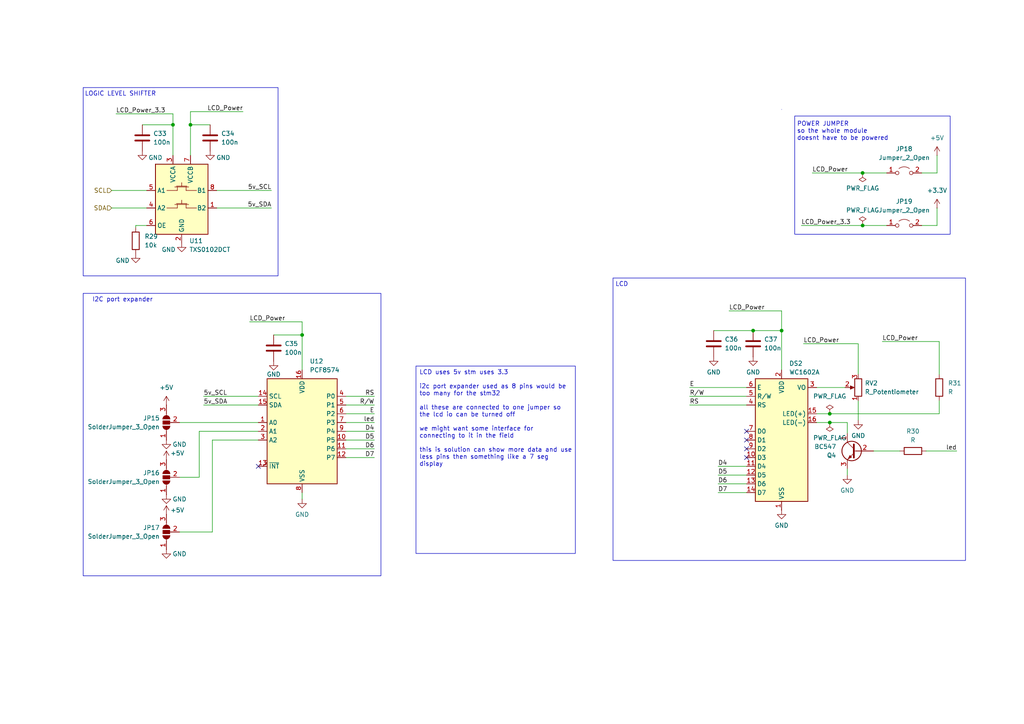
<source format=kicad_sch>
(kicad_sch (version 20231120) (generator "eeschema") (generator_version "8.0")
  (paper "A4")
  (lib_symbols
    (symbol "Device:C" (pin_numbers hide) (pin_names (offset 0.254))
      (property "Reference" "C" (at 0.635 2.54 0))
      (property "Value" "C" (at 0.635 -2.54 0))
      (symbol "C_0_1"
        (polyline (pts (xy -2.032 -0.762) (xy 2.032 -0.762)) (stroke (width 0.508)))
        (polyline (pts (xy -2.032 0.762) (xy 2.032 0.762)) (stroke (width 0.508)))
      )
      (symbol "C_1_1"
        (pin passive line (at 0 3.81 270) (length 2.794) (name "~") (number "1"))
        (pin passive line (at 0 -3.81 90) (length 2.794) (name "~") (number "2"))
      )
    )
    (symbol "Device:R" (pin_numbers hide) (pin_names (offset 0))
      (property "Reference" "R" (at 2.032 0 90))
      (property "Value" "R" (at 0 0 90))
      (symbol "R_0_1"
        (rectangle (start -1.016 -2.54) (end 1.016 2.54) (stroke (width 0.254)))
      )
      (symbol "R_1_1"
        (pin passive line (at 0 3.81 270) (length 1.27) (name "~") (number "1"))
        (pin passive line (at 0 -3.81 90) (length 1.27) (name "~") (number "2"))
      )
    )
    (symbol "Device:R_Potentiometer" (pin_names (offset 1.016) hide)
      (property "Reference" "RV" (at -4.445 0 90))
      (property "Value" "R_Potentiometer" (at -2.54 0 90))
      (symbol "R_Potentiometer_0_1"
        (polyline (pts (xy 2.54 0) (xy 1.524 0)))
        (polyline (pts (xy 1.143 0) (xy 2.286 0.508) (xy 2.286 -0.508) (xy 1.143 0)) (fill (type outline)))
        (rectangle (start 1.016 2.54) (end -1.016 -2.54) (stroke (width 0.254)))
      )
      (symbol "R_Potentiometer_1_1"
        (pin passive line (at 0 3.81 270) (length 1.27) (name "1") (number "1"))
        (pin passive line (at 3.81 0 180) (length 1.27) (name "2") (number "2"))
        (pin passive line (at 0 -3.81 90) (length 1.27) (name "3") (number "3"))
      )
    )
    (symbol "Display_Character:WC1602A"
      (property "Reference" "DS" (at -5.842 19.05 0))
      (property "Value" "WC1602A" (at 5.334 19.05 0))
      (symbol "WC1602A_1_1"
        (rectangle (start -7.62 17.78) (end 7.62 -17.78) (stroke (width 0.254)) (fill (type background)))
        (pin power_in line (at 0 -20.32 90) (length 2.54) (name "VSS") (number "1"))
        (pin input line (at -10.16 -5.08 0) (length 2.54) (name "D3") (number "10"))
        (pin input line (at -10.16 -7.62 0) (length 2.54) (name "D4") (number "11"))
        (pin input line (at -10.16 -10.16 0) (length 2.54) (name "D5") (number "12"))
        (pin input line (at -10.16 -12.7 0) (length 2.54) (name "D6") (number "13"))
        (pin input line (at -10.16 -15.24 0) (length 2.54) (name "D7") (number "14"))
        (pin power_in line (at 10.16 7.62 180) (length 2.54) (name "LED(+)") (number "15"))
        (pin power_in line (at 10.16 5.08 180) (length 2.54) (name "LED(-)") (number "16"))
        (pin power_in line (at 0 20.32 270) (length 2.54) (name "VDD") (number "2"))
        (pin input line (at 10.16 15.24 180) (length 2.54) (name "VO") (number "3"))
        (pin input line (at -10.16 10.16 0) (length 2.54) (name "RS") (number "4"))
        (pin input line (at -10.16 12.7 0) (length 2.54) (name "R/W") (number "5"))
        (pin input line (at -10.16 15.24 0) (length 2.54) (name "E") (number "6"))
        (pin input line (at -10.16 2.54 0) (length 2.54) (name "D0") (number "7"))
        (pin input line (at -10.16 0 0) (length 2.54) (name "D1") (number "8"))
        (pin input line (at -10.16 -2.54 0) (length 2.54) (name "D2") (number "9"))
      )
    )
    (symbol "GND_3" (power) (pin_numbers hide) (pin_names (offset 0) hide)
      (property "Value" "GND" (at 0 -3.81 0))
      (symbol "GND_3_0_1"
        (polyline (pts (xy 0 0) (xy 0 -1.27) (xy 1.27 -1.27) (xy 0 -2.54) (xy -1.27 -1.27) (xy 0 -1.27)))
      )
      (symbol "GND_3_1_1"
        (pin power_in line (at 0 0 270) (length 0) (name "~") (number "1"))
      )
    )
    (symbol "Interface_Expansion:PCF8574"
      (property "Reference" "U" (at -8.89 16.51 0))
      (property "Value" "PCF8574" (at 2.54 16.51 0))
      (symbol "PCF8574_0_1"
        (rectangle (start -10.16 15.24) (end 10.16 -15.24) (stroke (width 0.254)) (fill (type background)))
      )
      (symbol "PCF8574_1_1"
        (pin input line (at -12.7 2.54 0) (length 2.54) (name "A0") (number "1"))
        (pin bidirectional line (at 12.7 -2.54 180) (length 2.54) (name "P5") (number "10"))
        (pin bidirectional line (at 12.7 -5.08 180) (length 2.54) (name "P6") (number "11"))
        (pin bidirectional line (at 12.7 -7.62 180) (length 2.54) (name "P7") (number "12"))
        (pin open_collector output_low (at -12.7 -10.16 0) (length 2.54) (name "~{INT}") (number "13"))
        (pin input line (at -12.7 10.16 0) (length 2.54) (name "SCL") (number "14"))
        (pin bidirectional line (at -12.7 7.62 0) (length 2.54) (name "SDA") (number "15"))
        (pin power_in line (at 0 17.78 270) (length 2.54) (name "VDD") (number "16"))
        (pin input line (at -12.7 0 0) (length 2.54) (name "A1") (number "2"))
        (pin input line (at -12.7 -2.54 0) (length 2.54) (name "A2") (number "3"))
        (pin bidirectional line (at 12.7 10.16 180) (length 2.54) (name "P0") (number "4"))
        (pin bidirectional line (at 12.7 7.62 180) (length 2.54) (name "P1") (number "5"))
        (pin bidirectional line (at 12.7 5.08 180) (length 2.54) (name "P2") (number "6"))
        (pin bidirectional line (at 12.7 2.54 180) (length 2.54) (name "P3") (number "7"))
        (pin power_in line (at 0 -17.78 90) (length 2.54) (name "VSS") (number "8"))
        (pin bidirectional line (at 12.7 0 180) (length 2.54) (name "P4") (number "9"))
      )
    )
    (symbol "Jumper:Jumper_2_Open" (pin_names (offset 0) hide)
      (property "Reference" "JP" (at 0 2.794 0))
      (property "Value" "Jumper_2_Open" (at 0 -2.286 0))
      (symbol "Jumper_2_Open_0_0"
        (circle (center -2.032 0) (radius 0.508))
        (circle (center 2.032 0) (radius 0.508))
      )
      (symbol "Jumper_2_Open_0_1"
        (arc (start 1.524 1.27) (mid 0 1.778) (end -1.524 1.27))
      )
      (symbol "Jumper_2_Open_1_1"
        (pin passive line (at -5.08 0 0) (length 2.54) (name "A") (number "1"))
        (pin passive line (at 5.08 0 180) (length 2.54) (name "B") (number "2"))
      )
    )
    (symbol "Jumper:SolderJumper_3_Open" (pin_names (offset 0) hide)
      (property "Reference" "JP" (at -2.54 -2.54 0))
      (property "Value" "SolderJumper_3_Open" (at 0 2.794 0))
      (symbol "SolderJumper_3_Open_0_1"
        (arc (start -1.016 1.016) (mid -2.0276 0) (end -1.016 -1.016))
        (arc (start -1.016 1.016) (mid -2.0276 0) (end -1.016 -1.016) (fill (type outline)))
        (rectangle (start -0.508 1.016) (end 0.508 -1.016) (fill (type outline)))
        (polyline (pts (xy -2.54 0) (xy -2.032 0)))
        (polyline (pts (xy -1.016 1.016) (xy -1.016 -1.016)))
        (polyline (pts (xy 0 -1.27) (xy 0 -1.016)))
        (polyline (pts (xy 1.016 1.016) (xy 1.016 -1.016)))
        (polyline (pts (xy 2.54 0) (xy 2.032 0)))
        (arc (start 1.016 -1.016) (mid 2.0276 0) (end 1.016 1.016))
        (arc (start 1.016 -1.016) (mid 2.0276 0) (end 1.016 1.016) (fill (type outline)))
      )
      (symbol "SolderJumper_3_Open_1_1"
        (pin passive line (at -5.08 0 0) (length 2.54) (name "A") (number "1"))
        (pin passive line (at 0 -3.81 90) (length 2.54) (name "C") (number "2"))
        (pin passive line (at 5.08 0 180) (length 2.54) (name "B") (number "3"))
      )
    )
    (symbol "Logic_LevelTranslator:TXS0102DCT"
      (property "Reference" "U" (at -6.35 11.43 0))
      (property "Value" "TXS0102DCT" (at 3.81 11.43 0))
      (symbol "TXS0102DCT_0_1"
        (rectangle (start -7.62 10.16) (end 7.62 -10.16) (stroke (width 0.254)) (fill (type background)))
        (polyline (pts (xy -4.318 -2.54) (xy -1.27 -2.54)))
        (polyline (pts (xy -2.032 -1.524) (xy 2.032 -1.524)))
        (polyline (pts (xy -1.524 -1.27) (xy 1.524 -1.27)))
        (polyline (pts (xy -1.27 -2.54) (xy -1.27 -1.524)))
        (polyline (pts (xy 0 -1.27) (xy 0 -0.254)))
        (polyline (pts (xy 1.27 -2.54) (xy 1.27 -1.524)))
        (polyline (pts (xy 4.318 -2.54) (xy 1.27 -2.54)))
      )
      (symbol "TXS0102DCT_1_1"
        (polyline (pts (xy -4.318 2.54) (xy -1.27 2.54)))
        (polyline (pts (xy -2.032 3.556) (xy 2.032 3.556)))
        (polyline (pts (xy -1.524 3.81) (xy 1.524 3.81)))
        (polyline (pts (xy -1.27 2.54) (xy -1.27 3.556)))
        (polyline (pts (xy 0 3.81) (xy 0 4.826)))
        (polyline (pts (xy 1.27 2.54) (xy 1.27 3.556)))
        (polyline (pts (xy 4.318 2.54) (xy 1.27 2.54)))
        (pin bidirectional line (at 10.16 -2.54 180) (length 2.54) (name "B2") (number "1"))
        (pin power_in line (at 0 -12.7 90) (length 2.54) (name "GND") (number "2"))
        (pin power_in line (at -2.54 12.7 270) (length 2.54) (name "VCCA") (number "3"))
        (pin bidirectional line (at -10.16 -2.54 0) (length 2.54) (name "A2") (number "4"))
        (pin bidirectional line (at -10.16 2.54 0) (length 2.54) (name "A1") (number "5"))
        (pin input line (at -10.16 -7.62 0) (length 2.54) (name "OE") (number "6"))
        (pin power_in line (at 2.54 12.7 270) (length 2.54) (name "VCCB") (number "7"))
        (pin bidirectional line (at 10.16 2.54 180) (length 2.54) (name "B1") (number "8"))
      )
    )
    (symbol "Transistor_BJT:BC547" (pin_names (offset 0) hide)
      (property "Reference" "Q" (at 5.08 1.905 0))
      (property "Value" "BC547" (at 5.08 0 0))
      (symbol "BC547_0_1"
        (polyline (pts (xy 0 0) (xy 0.635 0)))
        (polyline (pts (xy 0.635 0.635) (xy 2.54 2.54)))
        (polyline (pts (xy 0.635 -0.635) (xy 2.54 -2.54) (xy 2.54 -2.54)))
        (polyline (pts (xy 0.635 1.905) (xy 0.635 -1.905) (xy 0.635 -1.905)) (stroke (width 0.508)))
        (polyline (pts (xy 1.27 -1.778) (xy 1.778 -1.27) (xy 2.286 -2.286) (xy 1.27 -1.778) (xy 1.27 -1.778)) (fill (type outline)))
        (circle (center 1.27 0) (radius 2.8194) (stroke (width 0.254)))
      )
      (symbol "BC547_1_1"
        (pin passive line (at 2.54 5.08 270) (length 2.54) (name "C") (number "1"))
        (pin input line (at -5.08 0 0) (length 5.08) (name "B") (number "2"))
        (pin passive line (at 2.54 -5.08 90) (length 2.54) (name "E") (number "3"))
      )
    )
    (symbol "power:+3.3V" (power) (pin_numbers hide) (pin_names (offset 0) hide)
      (property "Value" "+3.3V" (at 0 3.556 0))
      (symbol "+3.3V_0_1"
        (polyline (pts (xy -0.762 1.27) (xy 0 2.54)))
        (polyline (pts (xy 0 0) (xy 0 2.54)))
        (polyline (pts (xy 0 2.54) (xy 0.762 1.27)))
      )
      (symbol "+3.3V_1_1"
        (pin power_in line (at 0 0 90) (length 0) (name "~") (number "1"))
      )
    )
    (symbol "power:+5V" (power) (pin_numbers hide) (pin_names (offset 0) hide)
      (property "Value" "+5V" (at 0 3.556 0))
      (symbol "+5V_0_1"
        (polyline (pts (xy -0.762 1.27) (xy 0 2.54)))
        (polyline (pts (xy 0 0) (xy 0 2.54)))
        (polyline (pts (xy 0 2.54) (xy 0.762 1.27)))
      )
      (symbol "+5V_1_1"
        (pin power_in line (at 0 0 90) (length 0) (name "~") (number "1"))
      )
    )
    (symbol "power:PWR_FLAG" (power) (pin_numbers hide) (pin_names (offset 0) hide)
      (property "Value" "PWR_FLAG" (at 0 3.81 0))
      (symbol "PWR_FLAG_0_0"
        (pin power_out line (at 0 0 90) (length 0) (name "~") (number "1"))
      )
      (symbol "PWR_FLAG_0_1"
        (polyline (pts (xy 0 0) (xy 0 1.27) (xy -1.016 1.905) (xy 0 2.54) (xy 1.016 1.905) (xy 0 1.27)))
      )
    )
  )
  (junction (at 240.665 122.555))
  (junction (at 87.63 97.155))
  (junction (at 226.695 95.885))
  (junction (at 55.245 36.195))
  (junction (at 250.19 50.165))
  (junction (at 240.665 120.015))
  (junction (at 250.19 65.405))
  (junction (at 218.44 95.885))
  (junction (at 50.165 36.195))
  (no_connect (at 74.93 135.255))
  (no_connect (at 216.535 130.175))
  (no_connect (at 216.535 132.715))
  (no_connect (at 216.535 127.635))
  (no_connect (at 216.535 125.095))
  (wire (pts (xy 55.245 32.385) (xy 70.485 32.385)))
  (wire (pts (xy 216.535 140.335) (xy 208.28 140.335)))
  (wire (pts (xy 78.74 55.245) (xy 62.865 55.245)))
  (wire (pts (xy 100.33 127.635) (xy 108.585 127.635)))
  (wire (pts (xy 271.78 50.165) (xy 271.78 45.085)))
  (wire (pts (xy 216.535 112.395) (xy 200.025 112.395)))
  (wire (pts (xy 218.44 95.885) (xy 226.695 95.885)))
  (wire (pts (xy 87.63 93.345) (xy 87.63 97.155)))
  (wire (pts (xy 216.535 135.255) (xy 208.28 135.255)))
  (wire (pts (xy 250.19 65.405) (xy 257.175 65.405)))
  (wire (pts (xy 39.37 66.04) (xy 39.37 65.405)))
  (wire (pts (xy 39.37 65.405) (xy 42.545 65.405)))
  (wire (pts (xy 216.535 114.935) (xy 200.025 114.935)))
  (wire (pts (xy 253.365 130.81) (xy 260.985 130.81)))
  (wire (pts (xy 57.785 125.095) (xy 57.785 138.43)))
  (wire (pts (xy 272.415 99.06) (xy 272.415 108.585)))
  (wire (pts (xy 78.74 60.325) (xy 62.865 60.325)))
  (wire (pts (xy 61.595 154.305) (xy 61.595 127.635)))
  (wire (pts (xy 236.855 120.015) (xy 240.665 120.015)))
  (wire (pts (xy 55.245 36.195) (xy 60.96 36.195)))
  (wire (pts (xy 87.63 97.155) (xy 87.63 107.315)))
  (wire (pts (xy 87.63 144.78) (xy 87.63 142.875)))
  (wire (pts (xy 41.275 36.195) (xy 50.165 36.195)))
  (wire (pts (xy 100.33 130.175) (xy 108.585 130.175)))
  (wire (pts (xy 100.33 122.555) (xy 108.585 122.555)))
  (wire (pts (xy 50.165 36.195) (xy 50.165 45.085)))
  (wire (pts (xy 52.07 154.305) (xy 61.595 154.305)))
  (wire (pts (xy 211.455 90.17) (xy 226.695 90.17)))
  (wire (pts (xy 100.33 125.095) (xy 108.585 125.095)))
  (wire (pts (xy 240.665 122.555) (xy 236.855 122.555)))
  (wire (pts (xy 216.535 117.475) (xy 200.025 117.475)))
  (wire (pts (xy 236.855 112.395) (xy 245.11 112.395)))
  (wire (pts (xy 55.245 32.385) (xy 55.245 36.195)))
  (wire (pts (xy 240.665 120.015) (xy 272.415 120.015)))
  (wire (pts (xy 272.415 116.205) (xy 272.415 120.015)))
  (wire (pts (xy 226.695 90.17) (xy 226.695 95.885)))
  (wire (pts (xy 267.335 65.405) (xy 271.78 65.405)))
  (wire (pts (xy 245.745 125.73) (xy 245.745 122.555)))
  (wire (pts (xy 100.33 120.015) (xy 108.585 120.015)))
  (wire (pts (xy 271.78 65.405) (xy 271.78 60.325)))
  (wire (pts (xy 50.165 33.02) (xy 50.165 36.195)))
  (wire (pts (xy 255.905 99.06) (xy 272.415 99.06)))
  (wire (pts (xy 52.07 122.555) (xy 74.93 122.555)))
  (wire (pts (xy 267.335 50.165) (xy 271.78 50.165)))
  (wire (pts (xy 232.41 65.405) (xy 250.19 65.405)))
  (wire (pts (xy 33.655 33.02) (xy 50.165 33.02)))
  (wire (pts (xy 100.33 117.475) (xy 108.585 117.475)))
  (wire (pts (xy 250.19 50.165) (xy 257.175 50.165)))
  (wire (pts (xy 100.33 114.935) (xy 108.585 114.935)))
  (wire (pts (xy 59.055 117.475) (xy 74.93 117.475)))
  (wire (pts (xy 72.39 93.345) (xy 87.63 93.345)))
  (wire (pts (xy 32.385 60.325) (xy 42.545 60.325)))
  (wire (pts (xy 57.785 138.43) (xy 52.07 138.43)))
  (wire (pts (xy 32.385 55.245) (xy 42.545 55.245)))
  (wire (pts (xy 61.595 127.635) (xy 74.93 127.635)))
  (wire (pts (xy 55.245 36.195) (xy 55.245 45.085)))
  (wire (pts (xy 248.92 99.695) (xy 248.92 108.585)))
  (wire (pts (xy 207.01 95.885) (xy 218.44 95.885)))
  (wire (pts (xy 245.745 122.555) (xy 240.665 122.555)))
  (wire (pts (xy 216.535 137.795) (xy 208.28 137.795)))
  (wire (pts (xy 245.745 135.89) (xy 245.745 137.795)))
  (wire (pts (xy 59.055 114.935) (xy 74.93 114.935)))
  (wire (pts (xy 216.535 142.875) (xy 208.28 142.875)))
  (wire (pts (xy 248.92 116.205) (xy 248.92 121.92)))
  (wire (pts (xy 226.695 95.885) (xy 226.695 107.315)))
  (wire (pts (xy 233.045 99.695) (xy 248.92 99.695)))
  (wire (pts (xy 100.33 132.715) (xy 108.585 132.715)))
  (wire (pts (xy 235.585 50.165) (xy 250.19 50.165)))
  (wire (pts (xy 74.93 125.095) (xy 57.785 125.095)))
  (wire (pts (xy 79.375 97.155) (xy 87.63 97.155)))
  (wire (pts (xy 268.605 130.81) (xy 277.495 130.81)))
  (rectangle (start 24.13 25.4) (end 80.645 80.01))
  (rectangle (start 24.13 85.09) (end 110.49 167.005))
  (rectangle (start 230.505 33.655) (end 275.59 67.945))
  (rectangle (start 226.695 31.75) (end 226.695 31.75))
  (rectangle (start 177.8 80.645) (end 280.035 162.56))
  (text_box "LCD uses 5v stm uses 3.3\n\ni2c port expander used as 8 pins would be too many for the stm32\n\nall these are connected to one jumper so the lcd io can be turned off\n\nwe might want some interface for connecting to it in the field\n\nthis is solution can show more data and use less pins then something like a 7 seg display" (at 120.65 106.172 0) (size 46.228 54.356) (effects (font (size 1.27 1.27)) (justify left top)))
  (text "I2C port expander\n" (at 35.56 86.995 0) (effects (font (size 1.27 1.27))))
  (text "POWER JUMPER\nso the whole module \ndoesnt have to be powered\n" (at 231.14 38.1 0) (effects (font (size 1.27 1.27)) (justify left)))
  (text "LCD\n" (at 180.34 82.55 0) (effects (font (size 1.27 1.27))))
  (text "LOGIC LEVEL SHIFTER\n" (at 34.925 27.305 0) (effects (font (size 1.27 1.27))))
  (label "LCD_Power" (at 255.905 99.06 0))
  (label "D7" (at 208.28 142.875 0))
  (label "R{slash}W" (at 108.585 117.475 180))
  (label "led" (at 277.495 130.81 180))
  (label "LCD_Power" (at 72.39 93.345 0))
  (label "5v_SDA" (at 59.055 117.475 0))
  (label "R{slash}W" (at 200.025 114.935 0))
  (label "LCD_Power" (at 211.455 90.17 0))
  (label "D4" (at 208.28 135.255 0))
  (label "D7" (at 108.585 132.715 180))
  (label "LCD_Power" (at 233.045 99.695 0))
  (label "D6" (at 208.28 140.335 0))
  (label "D4" (at 108.585 125.095 180))
  (label "RS" (at 200.025 117.475 0))
  (label "D6" (at 108.585 130.175 180))
  (label "5v_SCL" (at 59.055 114.935 0))
  (label "LCD_Power" (at 70.485 32.385 180))
  (label "LCD_Power_3.3" (at 232.41 65.405 0))
  (label "led" (at 108.585 122.555 180))
  (label "E" (at 108.585 120.015 180))
  (label "LCD_Power" (at 235.585 50.165 0))
  (label "LCD_Power_3.3" (at 33.655 33.02 0))
  (label "E" (at 200.025 112.395 0))
  (label "5v_SCL" (at 78.74 55.245 180))
  (label "5v_SDA" (at 78.74 60.325 180))
  (label "D5" (at 108.585 127.635 180))
  (label "D5" (at 208.28 137.795 0))
  (label "RS" (at 108.585 114.935 180))
  (hierarchical_label "SDA" (shape input) (at 32.385 60.325 180))
  (hierarchical_label "SCL" (shape input) (at 32.385 55.245 180))
  (symbol (lib_name "GND_3") (lib_id "power:GND") (at 52.705 70.485 0) (unit 1)
    (property "Reference" "#PWR0153" (effects (hide yes)))
    (property "Value" "GND" (at 48.895 72.39 0))
    (property "Description" "Power symbol creates a global label with name \"GND\" , ground" (effects (hide yes)))
  )
  (symbol (lib_name "GND_3") (lib_id "power:GND") (at 79.375 104.775 0) (unit 1)
    (property "Reference" "#PWR0155" (effects (hide yes)))
    (property "Value" "GND" (at 79.375 108.585 0))
    (property "Description" "Power symbol creates a global label with name \"GND\" , ground" (effects (hide yes)))
  )
  (symbol (lib_name "GND_3") (lib_id "power:GND") (at 60.96 43.815 0) (unit 1)
    (property "Reference" "#PWR0154" (effects (hide yes)))
    (property "Value" "GND" (at 64.77 45.72 0))
    (property "Description" "Power symbol creates a global label with name \"GND\" , ground" (effects (hide yes)))
  )
  (symbol (lib_name "GND_3") (lib_id "power:GND") (at 48.26 159.385 0) (unit 1)
    (property "Reference" "#PWR0152" (effects (hide yes)))
    (property "Value" "GND" (at 52.07 160.655 0))
    (property "Description" "Power symbol creates a global label with name \"GND\" , ground" (effects (hide yes)))
  )
  (symbol (lib_name "GND_3") (lib_id "power:GND") (at 226.695 147.955 0) (unit 1)
    (property "Reference" "#PWR0159" (effects (hide yes)))
    (property "Value" "GND" (at 226.695 152.4 0))
    (property "Description" "Power symbol creates a global label with name \"GND\" , ground" (effects (hide yes)))
  )
  (symbol (lib_id "power:PWR_FLAG") (at 250.19 65.405 0) (unit 1)
    (property "Reference" "#FLG011" (effects (hide yes)))
    (property "Value" "PWR_FLAG" (at 250.19 60.96 0))
    (property "Description" "Special symbol for telling ERC where power comes from" (effects (hide yes)))
  )
  (symbol (lib_id "Jumper:Jumper_2_Open") (at 262.255 65.405 0) (unit 1)
    (property "Reference" "JP19" (at 262.255 58.42 0))
    (property "Value" "Jumper_2_Open" (at 262.255 60.96 0))
    (property "Footprint" "Jumper:SolderJumper-2_P1.3mm_Open_TrianglePad1.0x1.5mm" (effects (hide yes)))
    (property "Description" "Jumper, 2-pole, open" (effects (hide yes)))
  )
  (symbol (lib_id "power:+5V") (at 48.26 117.475 0) (unit 1)
    (property "Reference" "#PWR0147" (effects (hide yes)))
    (property "Value" "+5V" (at 48.26 112.395 0))
    (property "Description" "Power symbol creates a global label with name \"+5V\"" (effects (hide yes)))
  )
  (symbol (lib_id "Interface_Expansion:PCF8574") (at 87.63 125.095 0) (unit 1)
    (property "Reference" "U12" (at 89.8241 104.775 0) (effects (justify left)))
    (property "Value" "PCF8574" (at 89.8241 107.315 0) (effects (justify left)))
    (property "Footprint" "Package_SO:SOIC-16W-12_7.5x10.3mm_P1.27mm" (effects (hide yes)))
    (property "Datasheet" "http://www.nxp.com/docs/en/data-sheet/PCF8574_PCF8574A.pdf" (effects (hide yes)))
    (property "Description" "8 Bit Port/Expander to I2C Bus, DIP/SOIC-16" (effects (hide yes)))
  )
  (symbol (lib_id "Jumper:SolderJumper_3_Open") (at 48.26 154.305 90) (unit 1)
    (property "Reference" "JP17" (at 46.355 153.0349 90) (effects (justify left)))
    (property "Value" "SolderJumper_3_Open" (at 46.355 155.5749 90) (effects (justify left)))
    (property "Footprint" "Jumper:SolderJumper-3_P1.3mm_Open_RoundedPad1.0x1.5mm" (effects (hide yes)))
    (property "Description" "Solder Jumper, 3-pole, open" (effects (hide yes)))
  )
  (symbol (lib_id "Device:R") (at 264.795 130.81 90) (unit 1)
    (property "Reference" "R30" (at 264.795 125.095 90))
    (property "Value" "R" (at 264.795 127.635 90))
    (property "Footprint" "Resistor_SMD:R_0603_1608Metric_Pad0.98x0.95mm_HandSolder" (effects (hide yes)))
    (property "Description" "Resistor" (effects (hide yes)))
  )
  (symbol (lib_name "GND_3") (lib_id "power:GND") (at 207.01 103.505 0) (unit 1)
    (property "Reference" "#PWR0157" (effects (hide yes)))
    (property "Value" "GND" (at 207.01 107.95 0))
    (property "Description" "Power symbol creates a global label with name \"GND\" , ground" (effects (hide yes)))
  )
  (symbol (lib_id "Display_Character:WC1602A") (at 226.695 127.635 0) (unit 1)
    (property "Reference" "DS2" (at 228.8891 105.41 0) (effects (justify left)))
    (property "Value" "WC1602A" (at 228.8891 107.95 0) (effects (justify left)))
    (property "Footprint" "Display:WC1602A" (effects (hide yes)))
    (property "Datasheet" "http://www.wincomlcd.com/pdf/WC1602A-SFYLYHTC06.pdf" (effects (hide yes)))
    (property "Description" "LCD 16x2 Alphanumeric , 8 bit parallel bus, 5V VDD" (effects (hide yes)))
  )
  (symbol (lib_id "Device:C") (at 60.96 40.005 0) (unit 1)
    (property "Reference" "C34" (at 64.135 38.7349 0) (effects (justify left)))
    (property "Value" "100n" (at 64.135 41.2749 0) (effects (justify left)))
    (property "Footprint" "Capacitor_SMD:C_0603_1608Metric_Pad1.08x0.95mm_HandSolder" (effects (hide yes)))
    (property "Description" "Unpolarized capacitor" (effects (hide yes)))
  )
  (symbol (lib_id "Device:C") (at 41.275 40.005 0) (unit 1)
    (property "Reference" "C33" (at 44.45 38.7349 0) (effects (justify left)))
    (property "Value" "100n" (at 44.45 41.2749 0) (effects (justify left)))
    (property "Footprint" "Capacitor_SMD:C_0603_1608Metric_Pad1.08x0.95mm_HandSolder" (effects (hide yes)))
    (property "Description" "Unpolarized capacitor" (effects (hide yes)))
  )
  (symbol (lib_id "power:+5V") (at 271.78 45.085 0) (unit 1)
    (property "Reference" "#PWR0162" (effects (hide yes)))
    (property "Value" "+5V" (at 271.78 40.005 0))
    (property "Description" "Power symbol creates a global label with name \"+5V\"" (effects (hide yes)))
  )
  (symbol (lib_name "GND_3") (lib_id "power:GND") (at 39.37 73.66 0) (unit 1)
    (property "Reference" "#PWR0145" (effects (hide yes)))
    (property "Value" "GND" (at 35.56 75.565 0))
    (property "Description" "Power symbol creates a global label with name \"GND\" , ground" (effects (hide yes)))
  )
  (symbol (lib_name "GND_3") (lib_id "power:GND") (at 41.275 43.815 0) (unit 1)
    (property "Reference" "#PWR0146" (effects (hide yes)))
    (property "Value" "GND" (at 45.085 45.72 0))
    (property "Description" "Power symbol creates a global label with name \"GND\" , ground" (effects (hide yes)))
  )
  (symbol (lib_id "power:PWR_FLAG") (at 240.665 120.015 0) (unit 1)
    (property "Reference" "#FLG025" (effects (hide yes)))
    (property "Value" "PWR_FLAG" (at 240.665 114.935 0))
    (property "Description" "Special symbol for telling ERC where power comes from" (effects (hide yes)))
  )
  (symbol (lib_id "Jumper:SolderJumper_3_Open") (at 48.26 122.555 90) (unit 1)
    (property "Reference" "JP15" (at 46.355 121.2849 90) (effects (justify left)))
    (property "Value" "SolderJumper_3_Open" (at 46.355 123.8249 90) (effects (justify left)))
    (property "Footprint" "Jumper:SolderJumper-3_P1.3mm_Open_RoundedPad1.0x1.5mm" (effects (hide yes)))
    (property "Description" "Solder Jumper, 3-pole, open" (effects (hide yes)))
  )
  (symbol (lib_name "GND_3") (lib_id "power:GND") (at 248.92 121.92 0) (unit 1)
    (property "Reference" "#PWR0161" (effects (hide yes)))
    (property "Value" "GND" (at 248.92 126.365 0))
    (property "Description" "Power symbol creates a global label with name \"GND\" , ground" (effects (hide yes)))
  )
  (symbol (lib_id "Logic_LevelTranslator:TXS0102DCT") (at 52.705 57.785 0) (unit 1)
    (property "Reference" "U11" (at 54.8991 69.85 0) (effects (justify left)))
    (property "Value" "TXS0102DCT" (at 54.8991 72.39 0) (effects (justify left)))
    (property "Footprint" "Package_SO:SSOP-8_2.95x2.8mm_P0.65mm" (effects (hide yes)))
    (property "Datasheet" "http://www.ti.com/lit/gpn/txs0102" (effects (hide yes)))
    (property "Description" "2-Bit Bidirectional Voltage-Level Shifter for Open-Drain and Push-Pull Application, SSOP-8" (effects (hide yes)))
  )
  (symbol (lib_id "Device:C") (at 207.01 99.695 0) (unit 1)
    (property "Reference" "C36" (at 210.185 98.4249 0) (effects (justify left)))
    (property "Value" "100n" (at 210.185 100.9649 0) (effects (justify left)))
    (property "Footprint" "Capacitor_SMD:C_0603_1608Metric_Pad1.08x0.95mm_HandSolder" (effects (hide yes)))
    (property "Description" "Unpolarized capacitor" (effects (hide yes)))
  )
  (symbol (lib_id "Device:R") (at 272.415 112.395 0) (unit 1)
    (property "Reference" "R31" (at 274.955 111.1249 0) (effects (justify left)))
    (property "Value" "R" (at 274.955 113.6649 0) (effects (justify left)))
    (property "Footprint" "Resistor_SMD:R_0603_1608Metric_Pad0.98x0.95mm_HandSolder" (effects (hide yes)))
    (property "Description" "Resistor" (effects (hide yes)))
  )
  (symbol (lib_id "power:PWR_FLAG") (at 240.665 122.555 180) (unit 1)
    (property "Reference" "#FLG024" (effects (hide yes)))
    (property "Value" "PWR_FLAG" (at 240.665 127 0))
    (property "Description" "Special symbol for telling ERC where power comes from" (effects (hide yes)))
  )
  (symbol (lib_id "power:+5V") (at 48.26 149.225 0) (unit 1)
    (property "Reference" "#PWR0151" (effects (hide yes)))
    (property "Value" "+5V" (at 51.435 147.955 0))
    (property "Description" "Power symbol creates a global label with name \"+5V\"" (effects (hide yes)))
  )
  (symbol (lib_id "Device:C") (at 79.375 100.965 0) (unit 1)
    (property "Reference" "C35" (at 82.55 99.6949 0) (effects (justify left)))
    (property "Value" "100n" (at 82.55 102.2349 0) (effects (justify left)))
    (property "Footprint" "Capacitor_SMD:C_0603_1608Metric_Pad1.08x0.95mm_HandSolder" (effects (hide yes)))
    (property "Description" "Unpolarized capacitor" (effects (hide yes)))
  )
  (symbol (lib_id "power:+5V") (at 48.26 133.35 0) (unit 1)
    (property "Reference" "#PWR0149" (effects (hide yes)))
    (property "Value" "+5V" (at 51.435 131.445 0))
    (property "Description" "Power symbol creates a global label with name \"+5V\"" (effects (hide yes)))
  )
  (symbol (lib_id "Device:R") (at 39.37 69.85 0) (unit 1)
    (property "Reference" "R29" (at 41.91 68.5799 0) (effects (justify left)))
    (property "Value" "10k" (at 41.91 71.1199 0) (effects (justify left)))
    (property "Footprint" "Resistor_SMD:R_0603_1608Metric_Pad0.98x0.95mm_HandSolder" (effects (hide yes)))
    (property "Description" "Resistor" (effects (hide yes)))
  )
  (symbol (lib_name "GND_3") (lib_id "power:GND") (at 48.26 127.635 0) (unit 1)
    (property "Reference" "#PWR0148" (effects (hide yes)))
    (property "Value" "GND" (at 52.07 128.905 0))
    (property "Description" "Power symbol creates a global label with name \"GND\" , ground" (effects (hide yes)))
  )
  (symbol (lib_id "Transistor_BJT:BC547") (at 248.285 130.81 0) (mirror y) (unit 1)
    (property "Reference" "Q4" (at 242.57 132.0801 0) (effects (justify left)))
    (property "Value" "BC547" (at 242.57 129.5401 0) (effects (justify left)))
    (property "Footprint" "Package_TO_SOT_THT:TO-92_Inline" (effects (hide yes)))
    (property "Datasheet" "https://www.onsemi.com/pub/Collateral/BC550-D.pdf" (effects (hide yes)))
    (property "Description" "0.1A Ic, 45V Vce, Small Signal NPN Transistor, TO-92" (effects (hide yes)))
  )
  (symbol (lib_name "GND_3") (lib_id "power:GND") (at 218.44 103.505 0) (unit 1)
    (property "Reference" "#PWR0158" (effects (hide yes)))
    (property "Value" "GND" (at 218.44 107.95 0))
    (property "Description" "Power symbol creates a global label with name \"GND\" , ground" (effects (hide yes)))
  )
  (symbol (lib_name "GND_3") (lib_id "power:GND") (at 87.63 144.78 0) (unit 1)
    (property "Reference" "#PWR0156" (effects (hide yes)))
    (property "Value" "GND" (at 87.63 149.225 0))
    (property "Description" "Power symbol creates a global label with name \"GND\" , ground" (effects (hide yes)))
  )
  (symbol (lib_id "Device:C") (at 218.44 99.695 0) (unit 1)
    (property "Reference" "C37" (at 221.615 98.4249 0) (effects (justify left)))
    (property "Value" "100n" (at 221.615 100.9649 0) (effects (justify left)))
    (property "Footprint" "Capacitor_SMD:C_0603_1608Metric_Pad1.08x0.95mm_HandSolder" (effects (hide yes)))
    (property "Description" "Unpolarized capacitor" (effects (hide yes)))
  )
  (symbol (lib_id "Jumper:SolderJumper_3_Open") (at 48.26 138.43 90) (unit 1)
    (property "Reference" "JP16" (at 46.355 137.1599 90) (effects (justify left)))
    (property "Value" "SolderJumper_3_Open" (at 46.355 139.6999 90) (effects (justify left)))
    (property "Footprint" "Jumper:SolderJumper-3_P1.3mm_Open_RoundedPad1.0x1.5mm" (effects (hide yes)))
    (property "Description" "Solder Jumper, 3-pole, open" (effects (hide yes)))
  )
  (symbol (lib_id "power:+3.3V") (at 271.78 60.325 0) (unit 1)
    (property "Reference" "#PWR0163" (effects (hide yes)))
    (property "Value" "+3.3V" (at 271.78 55.245 0))
    (property "Description" "Power symbol creates a global label with name \"+3.3V\"" (effects (hide yes)))
  )
  (symbol (lib_name "GND_3") (lib_id "power:GND") (at 48.26 143.51 0) (unit 1)
    (property "Reference" "#PWR0150" (effects (hide yes)))
    (property "Value" "GND" (at 52.07 144.78 0))
    (property "Description" "Power symbol creates a global label with name \"GND\" , ground" (effects (hide yes)))
  )
  (symbol (lib_id "Device:R_Potentiometer") (at 248.92 112.395 180) (unit 1)
    (property "Reference" "RV2" (at 250.825 111.1249 0) (effects (justify right)))
    (property "Value" "R_Potentiometer" (at 250.825 113.6649 0) (effects (justify right)))
    (property "Footprint" "Potentiometer_THT:Potentiometer_Vishay_T73XX_Horizontal" (effects (hide yes)))
    (property "Description" "Potentiometer" (effects (hide yes)))
  )
  (symbol (lib_id "Jumper:Jumper_2_Open") (at 262.255 50.165 0) (unit 1)
    (property "Reference" "JP18" (at 262.255 43.18 0))
    (property "Value" "Jumper_2_Open" (at 262.255 45.72 0))
    (property "Footprint" "Jumper:SolderJumper-2_P1.3mm_Open_TrianglePad1.0x1.5mm" (effects (hide yes)))
    (property "Description" "Jumper, 2-pole, open" (effects (hide yes)))
  )
  (symbol (lib_name "GND_3") (lib_id "power:GND") (at 245.745 137.795 0) (unit 1)
    (property "Reference" "#PWR0160" (effects (hide yes)))
    (property "Value" "GND" (at 245.745 142.24 0))
    (property "Description" "Power symbol creates a global label with name \"GND\" , ground" (effects (hide yes)))
  )
  (symbol (lib_id "power:PWR_FLAG") (at 250.19 50.165 180) (unit 1)
    (property "Reference" "#FLG010" (effects (hide yes)))
    (property "Value" "PWR_FLAG" (at 250.19 54.61 0))
    (property "Description" "Special symbol for telling ERC where power comes from" (effects (hide yes)))
  )
)
</source>
